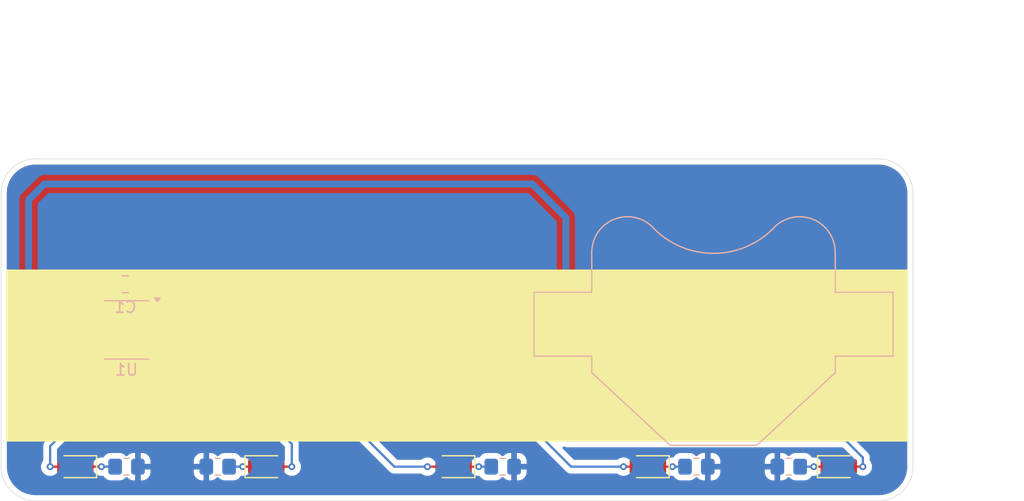
<source format=kicad_pcb>
(kicad_pcb (version 20240108) (generator "pcbnew") (generator_version "8.0")
  (layers (0 "F.Cu" signal) (31 "B.Cu" signal) (34 "B.Paste" user) (35 "F.Paste" user) (36 "B.SilkS" user "B.Silkscreen") (37 "F.SilkS" user "F.Silkscreen") (38 "B.Mask" user) (39 "F.Mask" user) (44 "Edge.Cuts" user))
  (net 0 "")
  (net 1 "+BATT")
  (net 2 "GND")
  (net 3 "Net-(D1-K)")
  (net 4 "Net-(D1-A)")
  (net 5 "Net-(D2-A)")
  (net 6 "Net-(D2-K)")
  (net 7 "Net-(D3-A)")
  (net 8 "Net-(D3-K)")
  (net 9 "Net-(D4-K)")
  (net 10 "Net-(D4-A)")
  (net 11 "Net-(D5-K)")
  (net 12 "Net-(D5-A)")
  (net 13 "Net-(U1-~{RESET}{slash}PB5)")
  (footprint "LED_SMD:LED_0805_2012Metric_Pad1.15x1.40mm_HandSolder" (layer "F.Cu") (at 137.4875 85.5)
    (property "Reference" "D5" (hide yes))
    (property "Value" "LED" (hide yes))
    (fp_line (start -1.86 -0.96) (end -1.86 0.96) (stroke (width 0.12)) (layer "F.SilkS"))
    (fp_line (start -1.86 0.96) (end 1 0.96) (stroke (width 0.12)) (layer "F.SilkS"))
    (fp_line (start 1 -0.96) (end -1.86 -0.96) (stroke (width 0.12)) (layer "F.SilkS"))
    (pad "1" smd roundrect (at -1.025 0) (size 1.15 1.4) (layers "F.Cu" "F.Paste" "F.Mask") (roundrect_rratio 0.217391) (net 11 "Net-(D5-K)"))
    (pad "2" smd roundrect (at 1.025 0) (size 1.15 1.4) (layers "F.Cu" "F.Paste" "F.Mask") (roundrect_rratio 0.217391) (net 12 "Net-(D5-A)"))
  )
  (footprint "LED_SMD:LED_0805_2012Metric_Pad1.15x1.40mm_HandSolder" (layer "F.Cu") (at 87.25625 85.5)
    (property "Reference" "D2" (hide yes))
    (property "Value" "LED" (hide yes))
    (fp_line (start -1.86 -0.96) (end -1.86 0.96) (stroke (width 0.12)) (layer "F.SilkS"))
    (fp_line (start -1.86 0.96) (end 1 0.96) (stroke (width 0.12)) (layer "F.SilkS"))
    (fp_line (start 1 -0.96) (end -1.86 -0.96) (stroke (width 0.12)) (layer "F.SilkS"))
    (pad "1" smd roundrect (at -1.025 0) (size 1.15 1.4) (layers "F.Cu" "F.Paste" "F.Mask") (roundrect_rratio 0.217391) (net 6 "Net-(D2-K)"))
    (pad "2" smd roundrect (at 1.025 0) (size 1.15 1.4) (layers "F.Cu" "F.Paste" "F.Mask") (roundrect_rratio 0.217391) (net 5 "Net-(D2-A)"))
  )
  (footprint "LED_SMD:LED_0805_2012Metric_Pad1.15x1.40mm_HandSolder" (layer "F.Cu") (at 103.7 85.5 180)
    (property "Reference" "D3" (hide yes))
    (property "Value" "LED" (hide yes))
    (fp_line (start 1 -0.96) (end -1.86 -0.96) (stroke (width 0.12)) (layer "F.SilkS"))
    (fp_line (start -1.86 0.96) (end 1 0.96) (stroke (width 0.12)) (layer "F.SilkS"))
    (fp_line (start -1.86 -0.96) (end -1.86 0.96) (stroke (width 0.12)) (layer "F.SilkS"))
    (pad "1" smd roundrect (at -1.024999 0 180) (size 1.15 1.4) (layers "F.Cu" "F.Paste" "F.Mask") (roundrect_rratio 0.217391) (net 8 "Net-(D3-K)"))
    (pad "2" smd roundrect (at 1.024999 0 180) (size 1.15 1.4) (layers "F.Cu" "F.Paste" "F.Mask") (roundrect_rratio 0.217391) (net 7 "Net-(D3-A)"))
  )
  (footprint "LED_SMD:LED_0805_2012Metric_Pad1.15x1.40mm_HandSolder" (layer "F.Cu") (at 120.74375 85.5 180)
    (property "Reference" "D4" (hide yes))
    (property "Value" "LED" (hide yes))
    (fp_line (start 1 -0.96) (end -1.86 -0.96) (stroke (width 0.12)) (layer "F.SilkS"))
    (fp_line (start -1.86 0.96) (end 1 0.96) (stroke (width 0.12)) (layer "F.SilkS"))
    (fp_line (start -1.86 -0.96) (end -1.86 0.96) (stroke (width 0.12)) (layer "F.SilkS"))
    (pad "1" smd roundrect (at -1.024999 0 180) (size 1.15 1.4) (layers "F.Cu" "F.Paste" "F.Mask") (roundrect_rratio 0.217391) (net 9 "Net-(D4-K)"))
    (pad "2" smd roundrect (at 1.024999 0 180) (size 1.15 1.4) (layers "F.Cu" "F.Paste" "F.Mask") (roundrect_rratio 0.217391) (net 10 "Net-(D4-A)"))
  )
  (footprint "LED_SMD:LED_0805_2012Metric_Pad1.15x1.40mm_HandSolder" (layer "F.Cu") (at 70.5125 85.5 180)
    (property "Reference" "D1" (hide yes))
    (property "Value" "LED" (hide yes))
    (fp_line (start 1 -0.96) (end -1.86 -0.96) (stroke (width 0.12)) (layer "F.SilkS"))
    (fp_line (start -1.86 0.96) (end 1 0.96) (stroke (width 0.12)) (layer "F.SilkS"))
    (fp_line (start -1.86 -0.96) (end -1.86 0.96) (stroke (width 0.12)) (layer "F.SilkS"))
    (pad "1" smd roundrect (at -1.024999 0 180) (size 1.15 1.4) (layers "F.Cu" "F.Paste" "F.Mask") (roundrect_rratio 0.217391) (net 3 "Net-(D1-K)"))
    (pad "2" smd roundrect (at 1.024999 0 180) (size 1.15 1.4) (layers "F.Cu" "F.Paste" "F.Mask") (roundrect_rratio 0.217391) (net 4 "Net-(D1-A)"))
  )
  (footprint "Resistor_SMD:R_0805_2012Metric_Pad1.20x1.40mm_HandSolder" (layer "B.Cu") (at 133.1 85.5 180)
    (property "Reference" "R5" (hide yes))
    (property "Value" "R" (hide yes))
    (fp_line (start 0.227064 0.735) (end -0.227064 0.735) (stroke (width 0.12)) (layer "B.SilkS"))
    (fp_line (start 0.227064 -0.735) (end -0.227064 -0.735) (stroke (width 0.12)) (layer "B.SilkS"))
    (pad "1" smd roundrect (at -1 0 180) (size 1.2 1.4) (layers "B.Cu" "B.Paste" "B.Mask") (roundrect_rratio 0.208333) (net 11 "Net-(D5-K)"))
    (pad "2" smd roundrect (at 1 0 180) (size 1.2 1.4) (layers "B.Cu" "B.Paste" "B.Mask") (roundrect_rratio 0.208333) (net 2 "GND"))
  )
  (footprint "Package_SO:SOIC-8_3.9x4.9mm_P1.27mm" (layer "B.Cu") (at 75 73.5 180)
    (property "Reference" "U1" (at 0 -3.5 180) (layer "B.SilkS") (effects (justify mirror)))
    (property "Value" "ATtiny13A-SS" (hide yes))
    (fp_line (start 1.95 2.56) (end 0 2.56) (stroke (width 0.12)) (layer "B.SilkS"))
    (fp_line (start 1.95 -2.56) (end 0 -2.56) (stroke (width 0.12)) (layer "B.SilkS"))
    (fp_line (start -1.95 2.56) (end 0 2.56) (stroke (width 0.12)) (layer "B.SilkS"))
    (fp_line (start -1.95 -2.56) (end 0 -2.56) (stroke (width 0.12)) (layer "B.SilkS"))
    (fp_poly (pts (xy -2.7 2.465) (xy -2.94 2.795) (xy -2.46 2.795) (xy -2.7 2.465)) (stroke (width 0.12)) (fill solid) (layer "B.SilkS"))
    (pad "1" smd roundrect (at -2.475 1.905 180) (size 1.95 0.6) (layers "B.Cu" "B.Paste" "B.Mask") (net 13 "Net-(U1-~{RESET}{slash}PB5)"))
    (pad "2" smd roundrect (at -2.475 0.635 180) (size 1.95 0.6) (layers "B.Cu" "B.Paste" "B.Mask") (net 12 "Net-(D5-A)"))
    (pad "3" smd roundrect (at -2.475 -0.635 180) (size 1.95 0.6) (layers "B.Cu" "B.Paste" "B.Mask") (net 10 "Net-(D4-A)"))
    (pad "4" smd roundrect (at -2.475 -1.905 180) (size 1.95 0.6) (layers "B.Cu" "B.Paste" "B.Mask") (net 2 "GND"))
    (pad "5" smd roundrect (at 2.475 -1.905 180) (size 1.95 0.6) (layers "B.Cu" "B.Paste" "B.Mask") (net 4 "Net-(D1-A)"))
    (pad "6" smd roundrect (at 2.475 -0.635 180) (size 1.95 0.6) (layers "B.Cu" "B.Paste" "B.Mask") (net 5 "Net-(D2-A)"))
    (pad "7" smd roundrect (at 2.475 0.635 180) (size 1.95 0.6) (layers "B.Cu" "B.Paste" "B.Mask") (net 7 "Net-(D3-A)"))
    (pad "8" smd roundrect (at 2.475 1.905 180) (size 1.95 0.6) (layers "B.Cu" "B.Paste" "B.Mask") (net 1 "+BATT"))
  )
  (footprint "Battery:BatteryHolder_Multicomp_BC-2001_1x2032" (layer "B.Cu") (at 126.5 73 180)
    (property "Reference" "BT1" (hide yes))
    (property "Value" "Battery_Cell")
    (fp_line (start 15.75 2.8) (end 15.75 -2.8) (stroke (width 0.12)) (layer "B.SilkS"))
    (fp_line (start 15.75 -2.8) (end 10.68 -2.8) (stroke (width 0.12)) (layer "B.SilkS"))
    (fp_line (start 10.68 6.35) (end 10.68 2.8) (stroke (width 0.12)) (layer "B.SilkS"))
    (fp_line (start 10.68 2.8) (end 15.75 2.8) (stroke (width 0.12)) (layer "B.SilkS"))
    (fp_line (start 10.68 -4.25) (end 10.68 -2.8) (stroke (width 0.12)) (layer "B.SilkS"))
    (fp_line (start 3.8 -10.63) (end 10.68 -4.25) (stroke (width 0.12)) (layer "B.SilkS"))
    (fp_line (start -3.8 -10.63) (end 3.8 -10.63) (stroke (width 0.12)) (layer "B.SilkS"))
    (fp_line (start -3.8 -10.63) (end -10.68 -4.25) (stroke (width 0.12)) (layer "B.SilkS"))
    (fp_line (start -10.68 6.28) (end -10.68 2.8) (stroke (width 0.12)) (layer "B.SilkS"))
    (fp_line (start -10.68 2.8) (end -15.75 2.8) (stroke (width 0.12)) (layer "B.SilkS"))
    (fp_line (start -10.68 -2.8) (end -15.75 -2.8) (stroke (width 0.12)) (layer "B.SilkS"))
    (fp_line (start -10.68 -4.25) (end -10.68 -2.8) (stroke (width 0.12)) (layer "B.SilkS"))
    (fp_line (start -15.75 2.8) (end -15.75 -2.8) (stroke (width 0.12)) (layer "B.SilkS"))
    (fp_arc (start 10.68 6.3) (mid 8.734461 9.197232) (end 5.316452 8.492753) (stroke (width 0.12)) (layer "B.SilkS"))
    (fp_arc (start -5.169999 8.330001) (mid 0.096808 6.218103) (end 5.306422 8.467392) (stroke (width 0.12)) (layer "B.SilkS"))
    (fp_arc (start -5.180001 8.339999) (mid -8.637972 9.23169) (end -10.677058 6.3) (stroke (width 0.12)) (layer "B.SilkS"))
    (pad "1" smd rect (at -12.95 0 180) (size 5 5) (layers "B.Cu" "B.Paste" "B.Mask"))
    (pad "1" smd rect (at 12.95 0 180) (size 5 5) (layers "B.Cu" "B.Paste" "B.Mask") (net 1 "+BATT"))
    (pad "2" smd rect (at 0 0 180) (size 4 4) (layers "B.Cu" "B.Paste" "B.Mask") (net 2 "GND"))
  )
  (footprint "Resistor_SMD:R_0805_2012Metric_Pad1.20x1.40mm_HandSolder" (layer "B.Cu") (at 83 85.5 180)
    (property "Reference" "R2" (hide yes))
    (property "Value" "R" (hide yes))
    (fp_line (start 0.227064 0.735) (end -0.227064 0.735) (stroke (width 0.12)) (layer "B.SilkS"))
    (fp_line (start 0.227064 -0.735) (end -0.227064 -0.735) (stroke (width 0.12)) (layer "B.SilkS"))
    (pad "1" smd roundrect (at -1 0 180) (size 1.2 1.4) (layers "B.Cu" "B.Paste" "B.Mask") (roundrect_rratio 0.208333) (net 6 "Net-(D2-K)"))
    (pad "2" smd roundrect (at 1 0 180) (size 1.2 1.4) (layers "B.Cu" "B.Paste" "B.Mask") (roundrect_rratio 0.208333) (net 2 "GND"))
  )
  (footprint "Resistor_SMD:R_0805_2012Metric_Pad1.20x1.40mm_HandSolder" (layer "B.Cu") (at 108 85.5)
    (property "Reference" "R3" (hide yes))
    (property "Value" "R" (hide yes))
    (fp_line (start 0.227064 -0.735) (end -0.227064 -0.735) (stroke (width 0.12)) (layer "B.SilkS"))
    (fp_line (start 0.227064 0.735) (end -0.227064 0.735) (stroke (width 0.12)) (layer "B.SilkS"))
    (pad "1" smd roundrect (at -1 0) (size 1.2 1.4) (layers "B.Cu" "B.Paste" "B.Mask") (roundrect_rratio 0.208333) (net 8 "Net-(D3-K)"))
    (pad "2" smd roundrect (at 1 0) (size 1.2 1.4) (layers "B.Cu" "B.Paste" "B.Mask") (roundrect_rratio 0.208333) (net 2 "GND"))
  )
  (footprint "Resistor_SMD:R_0805_2012Metric_Pad1.20x1.40mm_HandSolder" (layer "B.Cu") (at 125 85.5)
    (property "Reference" "R4" (hide yes))
    (property "Value" "R" (hide yes))
    (fp_line (start 0.227064 -0.735) (end -0.227064 -0.735) (stroke (width 0.12)) (layer "B.SilkS"))
    (fp_line (start 0.227064 0.735) (end -0.227064 0.735) (stroke (width 0.12)) (layer "B.SilkS"))
    (pad "1" smd roundrect (at -1 0) (size 1.2 1.4) (layers "B.Cu" "B.Paste" "B.Mask") (roundrect_rratio 0.208333) (net 9 "Net-(D4-K)"))
    (pad "2" smd roundrect (at 1 0) (size 1.2 1.4) (layers "B.Cu" "B.Paste" "B.Mask") (roundrect_rratio 0.208333) (net 2 "GND"))
  )
  (footprint "Capacitor_SMD:C_0805_2012Metric_Pad1.18x1.45mm_HandSolder" (layer "B.Cu") (at 74.9 69.5)
    (property "Reference" "C1" (at 0 2 0) (layer "B.SilkS") (effects (justify mirror)))
    (property "Value" "0.1u" (hide yes))
    (fp_line (start 0.261252 -0.735) (end -0.261252 -0.735) (stroke (width 0.12)) (layer "B.SilkS"))
    (fp_line (start 0.261252 0.735) (end -0.261252 0.735) (stroke (width 0.12)) (layer "B.SilkS"))
    (pad "1" smd roundrect (at -1.0375 0) (size 1.175 1.45) (layers "B.Cu" "B.Paste" "B.Mask") (roundrect_rratio 0.212766) (net 1 "+BATT"))
    (pad "2" smd roundrect (at 1.0375 0) (size 1.175 1.45) (layers "B.Cu" "B.Paste" "B.Mask") (roundrect_rratio 0.212766) (net 2 "GND"))
  )
  (footprint "Resistor_SMD:R_0805_2012Metric_Pad1.20x1.40mm_HandSolder" (layer "B.Cu") (at 75 85.5)
    (property "Reference" "R1" (hide yes))
    (property "Value" "R" (hide yes))
    (fp_line (start 0.227064 -0.735) (end -0.227064 -0.735) (stroke (width 0.12)) (layer "B.SilkS"))
    (fp_line (start 0.227064 0.735) (end -0.227064 0.735) (stroke (width 0.12)) (layer "B.SilkS"))
    (pad "1" smd roundrect (at -1 0) (size 1.2 1.4) (layers "B.Cu" "B.Paste" "B.Mask") (roundrect_rratio 0.208333) (net 3 "Net-(D1-K)"))
    (pad "2" smd roundrect (at 1 0) (size 1.2 1.4) (layers "B.Cu" "B.Paste" "B.Mask") (roundrect_rratio 0.208333) (net 2 "GND"))
  )
  (gr_rect (start 64.5 68.25) (end 143.5 83.25) (stroke (width 0.1)) (fill solid) (layer "F.SilkS"))
  (gr_line (start 144 61.5) (end 144 85.5) (stroke (width 0.05)) (layer "Edge.Cuts"))
  (gr_arc (start 144 85.5) (mid 143.12132 87.62132) (end 141 88.5) (stroke (width 0.05)) (layer "Edge.Cuts"))
  (gr_line (start 67 58.5) (end 141 58.5) (stroke (width 0.05)) (layer "Edge.Cuts"))
  (gr_arc (start 141 58.5) (mid 143.12132 59.37868) (end 144 61.5) (stroke (width 0.05)) (layer "Edge.Cuts"))
  (gr_line (start 64 85.5) (end 64 61.5) (stroke (width 0.05)) (layer "Edge.Cuts"))
  (gr_arc (start 64 61.5) (mid 64.87868 59.37868) (end 67 58.5) (stroke (width 0.05)) (layer "Edge.Cuts"))
  (gr_arc (start 67 88.5) (mid 64.87868 87.62132) (end 64 85.5) (stroke (width 0.05)) (layer "Edge.Cuts"))
  (gr_line (start 141 88.5) (end 67 88.5) (stroke (width 0.05)) (layer "Edge.Cuts"))
  (segment (start 66.4 62.1) (end 66.4 70.5) (width 0.6) (layer "B.Cu") (net 1))
  (segment (start 66.4 70.5) (end 67.495 71.595) (width 0.6) (layer "B.Cu") (net 1))
  (segment (start 72.525 71.595) (end 72.525 69.75) (width 0.5) (layer "B.Cu") (net 1))
  (segment (start 72.525 69.75) (end 72.775 69.5) (width 0.5) (layer "B.Cu") (net 1))
  (segment (start 113.55 73) (end 113.55 63.65) (width 0.6) (layer "B.Cu") (net 1))
  (segment (start 113.55 63.65) (end 110.6 60.7) (width 0.6) (layer "B.Cu") (net 1))
  (segment (start 72.775 69.5) (end 73.7125 69.5) (width 0.5) (layer "B.Cu") (net 1))
  (segment (start 67.495 71.595) (end 72.525 71.595) (width 0.6) (layer "B.Cu") (net 1))
  (segment (start 67.8 60.7) (end 66.4 62.1) (width 0.6) (layer "B.Cu") (net 1))
  (segment (start 110.6 60.7) (end 67.8 60.7) (width 0.6) (layer "B.Cu") (net 1))
  (segment (start 71.537499 85.5) (end 72.8 85.5) (width 0.2) (layer "F.Cu") (net 3))
  (via (at 72.8 85.5) (size 0.6) (drill 0.3) (layers "F.Cu" "B.Cu") (net 3))
  (segment (start 72.8 85.5) (end 74 85.5) (width 0.2) (layer "B.Cu") (net 3))
  (segment (start 69.487501 85.5) (end 68.3 85.5) (width 0.2) (layer "F.Cu") (net 4))
  (via (at 68.3 85.5) (size 0.6) (drill 0.3) (layers "F.Cu" "B.Cu") (net 4))
  (segment (start 72.525 79.475) (end 72.525 75.405) (width 0.2) (layer "B.Cu") (net 4))
  (segment (start 68.3 85.5) (end 68.3 83.7) (width 0.2) (layer "B.Cu") (net 4))
  (segment (start 68.3 83.7) (end 72.525 79.475) (width 0.2) (layer "B.Cu") (net 4))
  (segment (start 88.28125 85.5) (end 89.5 85.5) (width 0.2) (layer "F.Cu") (net 5))
  (via (at 89.5 85.5) (size 0.6) (drill 0.3) (layers "F.Cu" "B.Cu") (net 5))
  (segment (start 89.5 85.5) (end 89.5 83.5) (width 0.2) (layer "B.Cu") (net 5))
  (segment (start 73.835 74.135) (end 72.525 74.135) (width 0.2) (layer "B.Cu") (net 5))
  (segment (start 89.5 83.5) (end 88 82) (width 0.2) (layer "B.Cu") (net 5))
  (segment (start 77 82) (end 74.7 79.7) (width 0.2) (layer "B.Cu") (net 5))
  (segment (start 74.7 79.7) (end 74.7 75) (width 0.2) (layer "B.Cu") (net 5))
  (segment (start 74.7 75) (end 73.835 74.135) (width 0.2) (layer "B.Cu") (net 5))
  (segment (start 88 82) (end 77 82) (width 0.2) (layer "B.Cu") (net 5))
  (segment (start 86.23125 85.5) (end 85.2 85.5) (width 0.2) (layer "F.Cu") (net 6))
  (via (at 85.2 85.5) (size 0.6) (drill 0.3) (layers "F.Cu" "B.Cu") (net 6))
  (segment (start 85.2 85.5) (end 84 85.5) (width 0.2) (layer "B.Cu") (net 6))
  (segment (start 101.4 85.5) (end 102.675001 85.5) (width 0.2) (layer "F.Cu") (net 7))
  (via (at 101.4 85.5) (size 0.6) (drill 0.3) (layers "F.Cu" "B.Cu") (net 7))
  (segment (start 101.4 85.5) (end 98.5 85.5) (width 0.2) (layer "B.Cu") (net 7))
  (segment (start 75.8 79.1) (end 75.8 74.8) (width 0.2) (layer "B.Cu") (net 7))
  (segment (start 73.865 72.865) (end 72.525 72.865) (width 0.2) (layer "B.Cu") (net 7))
  (segment (start 75.8 74.8) (end 73.865 72.865) (width 0.2) (layer "B.Cu") (net 7))
  (segment (start 77.6 80.9) (end 75.8 79.1) (width 0.2) (layer "B.Cu") (net 7))
  (segment (start 93.9 80.9) (end 77.6 80.9) (width 0.2) (layer "B.Cu") (net 7))
  (segment (start 98.5 85.5) (end 93.9 80.9) (width 0.2) (layer "B.Cu") (net 7))
  (segment (start 105.9 85.5) (end 104.724999 85.5) (width 0.2) (layer "F.Cu") (net 8))
  (via (at 105.9 85.5) (size 0.6) (drill 0.3) (layers "F.Cu" "B.Cu") (net 8))
  (segment (start 107 85.5) (end 105.900001 85.5) (width 0.2) (layer "B.Cu") (net 8))
  (segment (start 122.9 85.5) (end 121.768749 85.5) (width 0.2) (layer "F.Cu") (net 9))
  (via (at 122.9 85.5) (size 0.6) (drill 0.3) (layers "F.Cu" "B.Cu") (net 9))
  (segment (start 122.9 85.5) (end 123.999999 85.5) (width 0.2) (layer "B.Cu") (net 9))
  (segment (start 118.6 85.5) (end 119.718751 85.5) (width 0.2) (layer "F.Cu") (net 10))
  (via (at 118.6 85.5) (size 0.6) (drill 0.3) (layers "F.Cu" "B.Cu") (net 10))
  (segment (start 114 85.5) (end 102.635 74.135) (width 0.2) (layer "B.Cu") (net 10))
  (segment (start 118.6 85.5) (end 114 85.5) (width 0.2) (layer "B.Cu") (net 10))
  (segment (start 102.635 74.135) (end 77.475 74.135) (width 0.2) (layer "B.Cu") (net 10))
  (segment (start 135.3 85.5) (end 136.4625 85.5) (width 0.2) (layer "F.Cu") (net 11))
  (via (at 135.3 85.5) (size 0.6) (drill 0.3) (layers "F.Cu" "B.Cu") (net 11))
  (segment (start 135.3 85.5) (end 134 85.5) (width 0.2) (layer "B.Cu") (net 11))
  (segment (start 138.5125 85.5) (end 139.6 85.5) (width 0.2) (layer "F.Cu") (net 12))
  (via (at 139.6 85.5) (size 0.6) (drill 0.3) (layers "F.Cu" "B.Cu") (net 12))
  (segment (start 139.6 84.7) (end 138.1 83.2) (width 0.2) (layer "B.Cu") (net 12))
  (segment (start 103.365 72.865) (end 77.475 72.865) (width 0.2) (layer "B.Cu") (net 12))
  (segment (start 113.7 83.2) (end 103.365 72.865) (width 0.2) (layer "B.Cu") (net 12))
  (segment (start 138.1 83.2) (end 113.7 83.2) (width 0.2) (layer "B.Cu") (net 12))
  (segment (start 139.6 85.5) (end 139.6 84.7) (width 0.2) (layer "B.Cu") (net 12))
  (zone (net 0) (net_name "") (layer "F.Cu") (connect_pads (clearance 0.5)) (min_thickness 0.25) (fill yes (thermal_gap 0.5) (thermal_bridge_width 0.5) (island_removal_mode 1) (island_area_min 10))
    (polygon (pts (xy 143.9 68.2) (xy 63.9 68.2) (xy 64 58.5) (xy 144 58.5)))
  )
  (zone (net 2) (net_name "GND") (layer "B.Cu") (priority 1) (connect_pads (clearance 0.5)) (min_thickness 0.25) (fill yes (thermal_gap 0.5) (thermal_bridge_width 0.5) (island_removal_mode 1) (island_area_min 10))
    (polygon (pts (xy 64 58.5) (xy 144 58.5) (xy 144 88.5) (xy 64 88.5)))
  )
)
</source>
